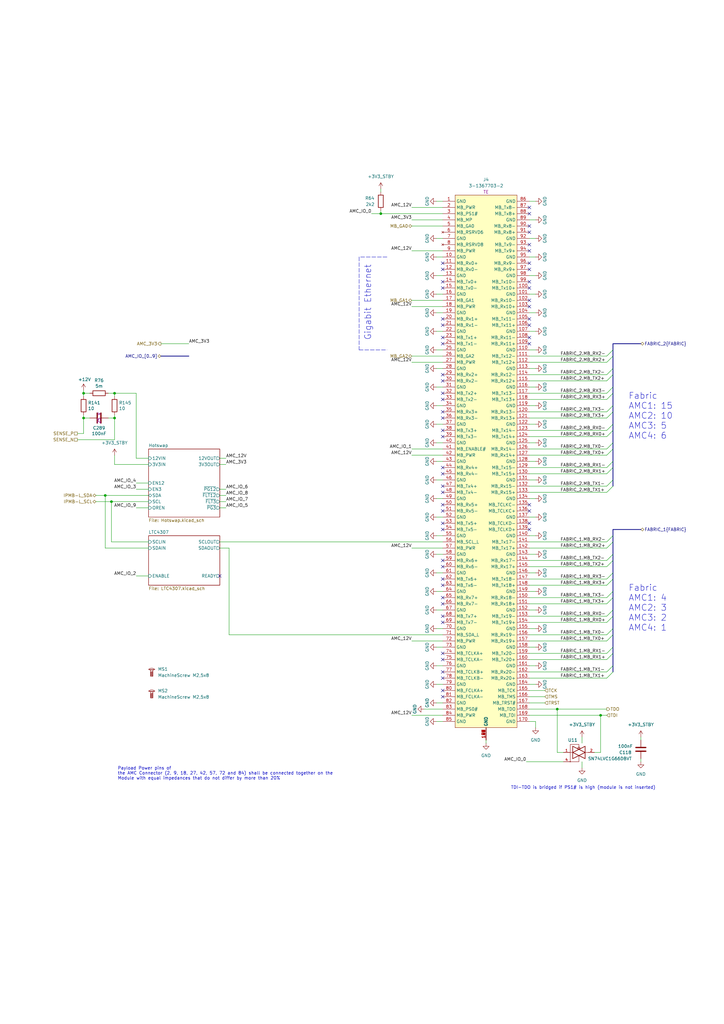
<source format=kicad_sch>
(kicad_sch (version 20211123) (generator eeschema)
  (paper "A3" portrait)
  (title_block (title "ATCA Template") (date "2023-01-05") (rev "1.0") (company "Karlsruhe Institute of Technology (KIT)") (comment 1 "Carsten Schmerbeck") (comment 2 "Luis Ardila") (comment 4 "Licensed under CERN-OHL-P v2"))
  (lib_symbols
    (symbol "74xGxx:74LVC1G66"
      (property "Reference" "U" (at -2.54 5.08 0))
      (property "Value" "74LVC1G66" (at 0 -5.08 0))
      (symbol "74LVC1G66_1_1"
        (pin bidirectional line (at -6.35 0 0) (length 2.54) (name "~") (number "1"))
        (pin bidirectional line (at 6.35 0 180) (length 2.54) (name "~") (number "2"))
        (pin power_in line (at 1.27 -3.81 270) (length 0) hide (name "GND") (number "3"))
        (pin input line (at -6.35 -3.81 0) (length 2.54) (name "~") (number "4"))
        (pin power_in line (at 1.27 3.81 90) (length 0) hide (name "VCC") (number "5"))
      )
    )
    (symbol "Device:C" (pin_numbers hide) (pin_names (offset 0.254))
      (property "Reference" "C" (at 0.635 2.54 0))
      (property "Value" "C" (at 0.635 -2.54 0))
      (symbol "C_1_1"
        (pin passive line (at 0 3.81 270) (length 2.794) (name "~") (number "1"))
        (pin passive line (at 0 -3.81 90) (length 2.794) (name "~") (number "2"))
      )
    )
    (symbol "Device:R" (pin_numbers hide) (pin_names (offset 0))
      (property "Reference" "R" (at 2.032 0 90))
      (property "Value" "R" (at 0 0 90))
      (symbol "R_1_1"
        (pin passive line (at 0 3.81 270) (length 1.27) (name "~") (number "1"))
        (pin passive line (at 0 -3.81 90) (length 1.27) (name "~") (number "2"))
      )
    )
    (symbol "KIT_Connector:3-1367703-2"
      (property "Reference" "J" (at 0 0 0))
      (property "Value" "3-1367703-2" (at 0 0 0))
      (property "manf" "TE" (at 0 0 0))
      (symbol "3-1367703-2_0_0"
        (pin power_in line (at 0 0 0) (length 5.08) (name "GND") (number "1"))
        (pin power_in line (at 0 -22.86 0) (length 5.08) (name "GND") (number "10"))
        (pin output line (at 35.56 -35.56 180) (length 5.08) (name "MB_Tx10+") (number "100"))
        (pin power_in line (at 35.56 -38.1 180) (length 5.08) (name "GND") (number "101"))
        (pin input line (at 35.56 -40.64 180) (length 5.08) (name "MB_Rx10-") (number "102"))
        (pin input line (at 35.56 -43.18 180) (length 5.08) (name "MB_Rx10+") (number "103"))
        (pin power_in line (at 35.56 -45.72 180) (length 5.08) (name "GND") (number "104"))
        (pin output line (at 35.56 -48.26 180) (length 5.08) (name "MB_Tx11-") (number "105"))
        (pin output line (at 35.56 -50.8 180) (length 5.08) (name "MB_Tx11+") (number "106"))
        (pin power_in line (at 35.56 -53.34 180) (length 5.08) (name "GND") (number "107"))
        (pin input line (at 35.56 -55.88 180) (length 5.08) (name "MB_Rx11-") (number "108"))
        (pin input line (at 35.56 -58.42 180) (length 5.08) (name "MB_Rx11+") (number "109"))
        (pin input line (at 0 -25.4 0) (length 5.08) (name "MB_Rx0+") (number "11"))
        (pin power_in line (at 35.56 -60.96 180) (length 5.08) (name "GND") (number "110"))
        (pin output line (at 35.56 -63.5 180) (length 5.08) (name "MB_Tx12-") (number "111"))
        (pin output line (at 35.56 -66.04 180) (length 5.08) (name "MB_Tx12+") (number "112"))
        (pin power_in line (at 35.56 -68.58 180) (length 5.08) (name "GND") (number "113"))
        (pin input line (at 35.56 -71.12 180) (length 5.08) (name "MB_Rx12-") (number "114"))
        (pin input line (at 35.56 -73.66 180) (length 5.08) (name "MB_Rx12+") (number "115"))
        (pin power_in line (at 35.56 -76.2 180) (length 5.08) (name "GND") (number "116"))
        (pin output line (at 35.56 -78.74 180) (length 5.08) (name "MB_Tx13-") (number "117"))
        (pin output line (at 35.56 -81.28 180) (length 5.08) (name "MB_Tx13+") (number "118"))
        (pin power_in line (at 35.56 -83.82 180) (length 5.08) (name "GND") (number "119"))
        (pin input line (at 0 -27.94 0) (length 5.08) (name "MB_Rx0-") (number "12"))
        (pin input line (at 35.56 -86.36 180) (length 5.08) (name "MB_Rx13-") (number "120"))
        (pin input line (at 35.56 -88.9 180) (length 5.08) (name "MB_Rx13+") (number "121"))
        (pin power_in line (at 35.56 -91.44 180) (length 5.08) (name "GND") (number "122"))
        (pin output line (at 35.56 -93.98 180) (length 5.08) (name "MB_Tx14-") (number "123"))
        (pin output line (at 35.56 -96.52 180) (length 5.08) (name "MB_Tx14+") (number "124"))
        (pin power_in line (at 35.56 -99.06 180) (length 5.08) (name "GND") (number "125"))
        (pin input line (at 35.56 -101.6 180) (length 5.08) (name "MB_Rx14-") (number "126"))
        (pin input line (at 35.56 -104.14 180) (length 5.08) (name "MB_Rx14+") (number "127"))
        (pin power_in line (at 35.56 -106.68 180) (length 5.08) (name "GND") (number "128"))
        (pin output line (at 35.56 -109.22 180) (length 5.08) (name "MB_Tx15-") (number "129"))
        (pin power_in line (at 0 -30.48 0) (length 5.08) (name "GND") (number "13"))
        (pin output line (at 35.56 -111.76 180) (length 5.08) (name "MB_Tx15+") (number "130"))
        (pin power_in line (at 35.56 -114.3 180) (length 5.08) (name "GND") (number "131"))
        (pin input line (at 35.56 -116.84 180) (length 5.08) (name "MB_Rx15-") (number "132"))
        (pin input line (at 35.56 -119.38 180) (length 5.08) (name "MB_Rx15+") (number "133"))
        (pin power_in line (at 35.56 -121.92 180) (length 5.08) (name "GND") (number "134"))
        (pin input line (at 35.56 -124.46 180) (length 5.08) (name "MB_TCLKC-") (number "135"))
        (pin input line (at 35.56 -127 180) (length 5.08) (name "MB_TCLKC+") (number "136"))
        (pin power_in line (at 35.56 -129.54 180) (length 5.08) (name "GND") (number "137"))
        (pin input line (at 35.56 -132.08 180) (length 5.08) (name "MB_TCLKD-") (number "138"))
        (pin input line (at 35.56 -134.62 180) (length 5.08) (name "MB_TCLKD+") (number "139"))
        (pin output line (at 0 -33.02 0) (length 5.08) (name "MB_Tx0+") (number "14"))
        (pin power_in line (at 35.56 -137.16 180) (length 5.08) (name "GND") (number "140"))
        (pin output line (at 35.56 -139.7 180) (length 5.08) (name "MB_Tx17-") (number "141"))
        (pin output line (at 35.56 -142.24 180) (length 5.08) (name "MB_Tx17+") (number "142"))
        (pin power_in line (at 35.56 -144.78 180) (length 5.08) (name "GND") (number "143"))
        (pin input line (at 35.56 -147.32 180) (length 5.08) (name "MB_Rx17-") (number "144"))
        (pin input line (at 35.56 -149.86 180) (length 5.08) (name "MB_Rx17+") (number "145"))
        (pin power_in line (at 35.56 -152.4 180) (length 5.08) (name "GND") (number "146"))
        (pin output line (at 35.56 -154.94 180) (length 5.08) (name "MB_Tx18-") (number "147"))
        (pin output line (at 35.56 -157.48 180) (length 5.08) (name "MB_Tx18+") (number "148"))
        (pin power_in line (at 35.56 -160.02 180) (length 5.08) (name "GND") (number "149"))
        (pin output line (at 0 -35.56 0) (length 5.08) (name "MB_Tx0-") (number "15"))
        (pin input line (at 35.56 -162.56 180) (length 5.08) (name "MB_Rx18-") (number "150"))
        (pin input line (at 35.56 -165.1 180) (length 5.08) (name "MB_Rx18+") (number "151"))
        (pin power_in line (at 35.56 -167.64 180) (length 5.08) (name "GND") (number "152"))
        (pin output line (at 35.56 -170.18 180) (length 5.08) (name "MB_Tx19-") (number "153"))
        (pin output line (at 35.56 -172.72 180) (length 5.08) (name "MB_Tx19+") (number "154"))
        (pin power_in line (at 35.56 -175.26 180) (length 5.08) (name "GND") (number "155"))
        (pin input line (at 35.56 -177.8 180) (length 5.08) (name "MB_Rx19-") (number "156"))
        (pin input line (at 35.56 -180.34 180) (length 5.08) (name "MB_Rx19+") (number "157"))
        (pin power_in line (at 35.56 -182.88 180) (length 5.08) (name "GND") (number "158"))
        (pin output line (at 35.56 -185.42 180) (length 5.08) (name "MB_Tx20-") (number "159"))
        (pin power_in line (at 0 -38.1 0) (length 5.08) (name "GND") (number "16"))
        (pin output line (at 35.56 -187.96 180) (length 5.08) (name "MB_Tx20+") (number "160"))
        (pin power_in line (at 35.56 -190.5 180) (length 5.08) (name "GND") (number "161"))
        (pin input line (at 35.56 -193.04 180) (length 5.08) (name "MB_Rx20-") (number "162"))
        (pin input line (at 35.56 -195.58 180) (length 5.08) (name "MB_Rx20+") (number "163"))
        (pin power_in line (at 35.56 -198.12 180) (length 5.08) (name "GND") (number "164"))
        (pin input line (at 35.56 -200.66 180) (length 5.08) (name "MB_TCK") (number "165"))
        (pin input line (at 35.56 -203.2 180) (length 5.08) (name "MB_TMS") (number "166"))
        (pin input line (at 35.56 -205.74 180) (length 5.08) (name "MB_TRST#") (number "167"))
        (pin output line (at 35.56 -208.28 180) (length 5.08) (name "MB_TDO") (number "168"))
        (pin input line (at 35.56 -210.82 180) (length 5.08) (name "MB_TDI") (number "169"))
        (pin input line (at 0 -40.64 0) (length 5.08) (name "MB_GA1") (number "17"))
        (pin power_in line (at 35.56 -213.36 180) (length 5.08) (name "GND") (number "170"))
        (pin power_in line (at 0 -43.18 0) (length 5.08) (name "MB_PWR") (number "18"))
        (pin power_in line (at 0 -45.72 0) (length 5.08) (name "GND") (number "19"))
        (pin power_in line (at 0 -2.54 0) (length 5.08) (name "MB_PWR") (number "2"))
        (pin input line (at 0 -48.26 0) (length 5.08) (name "MB_Rx1+") (number "20"))
        (pin input line (at 0 -50.8 0) (length 5.08) (name "MB_Rx1-") (number "21"))
        (pin power_in line (at 0 -53.34 0) (length 5.08) (name "GND") (number "22"))
        (pin output line (at 0 -55.88 0) (length 5.08) (name "MB_Tx1+") (number "23"))
        (pin output line (at 0 -58.42 0) (length 5.08) (name "MB_Tx1-") (number "24"))
        (pin power_in line (at 0 -60.96 0) (length 5.08) (name "GND") (number "25"))
        (pin input line (at 0 -63.5 0) (length 5.08) (name "MB_GA2") (number "26"))
        (pin power_in line (at 0 -66.04 0) (length 5.08) (name "MB_PWR") (number "27"))
        (pin power_in line (at 0 -68.58 0) (length 5.08) (name "GND") (number "28"))
        (pin input line (at 0 -71.12 0) (length 5.08) (name "MB_Rx2+") (number "29"))
        (pin passive line (at 0 -5.08 0) (length 5.08) (name "MB_PS1#") (number "3"))
        (pin input line (at 0 -73.66 0) (length 5.08) (name "MB_Rx2-") (number "30"))
        (pin power_in line (at 0 -76.2 0) (length 5.08) (name "GND") (number "31"))
        (pin output line (at 0 -78.74 0) (length 5.08) (name "MB_Tx2+") (number "32"))
        (pin output line (at 0 -81.28 0) (length 5.08) (name "MB_Tx2-") (number "33"))
        (pin power_in line (at 0 -83.82 0) (length 5.08) (name "GND") (number "34"))
        (pin input line (at 0 -86.36 0) (length 5.08) (name "MB_Rx3+") (number "35"))
        (pin input line (at 0 -88.9 0) (length 5.08) (name "MB_Rx3-") (number "36"))
        (pin power_in line (at 0 -91.44 0) (length 5.08) (name "GND") (number "37"))
        (pin output line (at 0 -93.98 0) (length 5.08) (name "MB_Tx3+") (number "38"))
        (pin output line (at 0 -96.52 0) (length 5.08) (name "MB_Tx3-") (number "39"))
        (pin power_in line (at 0 -7.62 0) (length 5.08) (name "MB_MP") (number "4"))
        (pin power_in line (at 0 -99.06 0) (length 5.08) (name "GND") (number "40"))
        (pin input line (at 0 -101.6 0) (length 5.08) (name "MB_ENABLE#") (number "41"))
        (pin power_in line (at 0 -104.14 0) (length 5.08) (name "MB_PWR") (number "42"))
        (pin power_in line (at 0 -106.68 0) (length 5.08) (name "GND") (number "43"))
        (pin input line (at 0 -109.22 0) (length 5.08) (name "MB_Rx4+") (number "44"))
        (pin input line (at 0 -111.76 0) (length 5.08) (name "MB_Rx4-") (number "45"))
        (pin power_in line (at 0 -114.3 0) (length 5.08) (name "GND") (number "46"))
        (pin output line (at 0 -116.84 0) (length 5.08) (name "MB_Tx4+") (number "47"))
        (pin output line (at 0 -119.38 0) (length 5.08) (name "MB_Tx4-") (number "48"))
        (pin power_in line (at 0 -121.92 0) (length 5.08) (name "GND") (number "49"))
        (pin input line (at 0 -10.16 0) (length 5.08) (name "MB_GA0") (number "5"))
        (pin input line (at 0 -124.46 0) (length 5.08) (name "MB_Rx5+") (number "50"))
        (pin input line (at 0 -127 0) (length 5.08) (name "MB_Rx5-") (number "51"))
        (pin power_in line (at 0 -129.54 0) (length 5.08) (name "GND") (number "52"))
        (pin output line (at 0 -132.08 0) (length 5.08) (name "MB_Tx5+") (number "53"))
        (pin output line (at 0 -134.62 0) (length 5.08) (name "MB_Tx5-") (number "54"))
        (pin power_in line (at 0 -137.16 0) (length 5.08) (name "GND") (number "55"))
        (pin input line (at 0 -139.7 0) (length 5.08) (name "MB_SCL_L") (number "56"))
        (pin power_in line (at 0 -142.24 0) (length 5.08) (name "MB_PWR") (number "57"))
        (pin power_in line (at 0 -144.78 0) (length 5.08) (name "GND") (number "58"))
        (pin input line (at 0 -147.32 0) (length 5.08) (name "MB_Rx6+") (number "59"))
        (pin no_connect line (at 0 -12.7 0) (length 5.08) (name "MB_RSRVD6") (number "6"))
        (pin input line (at 0 -149.86 0) (length 5.08) (name "MB_Rx6-") (number "60"))
        (pin power_in line (at 0 -152.4 0) (length 5.08) (name "GND") (number "61"))
        (pin output line (at 0 -154.94 0) (length 5.08) (name "MB_Tx6+") (number "62"))
        (pin output line (at 0 -157.48 0) (length 5.08) (name "MB_Tx6-") (number "63"))
        (pin power_in line (at 0 -160.02 0) (length 5.08) (name "GND") (number "64"))
        (pin input line (at 0 -162.56 0) (length 5.08) (name "MB_Rx7+") (number "65"))
        (pin input line (at 0 -165.1 0) (length 5.08) (name "MB_Rx7-") (number "66"))
        (pin power_in line (at 0 -167.64 0) (length 5.08) (name "GND") (number "67"))
        (pin output line (at 0 -170.18 0) (length 5.08) (name "MB_Tx7+") (number "68"))
        (pin output line (at 0 -172.72 0) (length 5.08) (name "MB_Tx7-") (number "69"))
        (pin power_in line (at 0 -15.24 0) (length 5.08) (name "GND") (number "7"))
        (pin power_in line (at 0 -175.26 0) (length 5.08) (name "GND") (number "70"))
        (pin bidirectional line (at 0 -177.8 0) (length 5.08) (name "MB_SDA_L") (number "71"))
        (pin power_in line (at 0 -180.34 0) (length 5.08) (name "MB_PWR") (number "72"))
        (pin power_in line (at 0 -182.88 0) (length 5.08) (name "GND") (number "73"))
        (pin input line (at 0 -185.42 0) (length 5.08) (name "MB_TCLKA+") (number "74"))
        (pin input line (at 0 -187.96 0) (length 5.08) (name "MB_TCLKA-") (number "75"))
        (pin power_in line (at 0 -190.5 0) (length 5.08) (name "GND") (number "76"))
        (pin input line (at 0 -193.04 0) (length 5.08) (name "MB_TCLKB+") (number "77"))
        (pin input line (at 0 -195.58 0) (length 5.08) (name "MB_TCLKB-") (number "78"))
        (pin power_in line (at 0 -198.12 0) (length 5.08) (name "GND") (number "79"))
        (pin no_connect line (at 0 -17.78 0) (length 5.08) (name "MB_RSRVD8") (number "8"))
        (pin input line (at 0 -200.66 0) (length 5.08) (name "MB_FCLKA+") (number "80"))
        (pin input line (at 0 -203.2 0) (length 5.08) (name "MB_FCLKA-") (number "81"))
        (pin power_in line (at 0 -205.74 0) (length 5.08) (name "GND") (number "82"))
        (pin passive line (at 0 -208.28 0) (length 5.08) (name "MB_PS0#") (number "83"))
        (pin power_in line (at 0 -210.82 0) (length 5.08) (name "MB_PWR") (number "84"))
        (pin power_in line (at 0 -213.36 0) (length 5.08) (name "GND") (number "85"))
        (pin power_in line (at 35.56 0 180) (length 5.08) (name "GND") (number "86"))
        (pin output line (at 35.56 -2.54 180) (length 5.08) (name "MB_Tx8-") (number "87"))
        (pin output line (at 35.56 -5.08 180) (length 5.08) (name "MB_Tx8+") (number "88"))
        (pin power_in line (at 35.56 -7.62 180) (length 5.08) (name "GND") (number "89"))
        (pin power_in line (at 0 -20.32 0) (length 5.08) (name "MB_PWR") (number "9"))
        (pin input line (at 35.56 -10.16 180) (length 5.08) (name "MB_Rx8-") (number "90"))
        (pin input line (at 35.56 -12.7 180) (length 5.08) (name "MB_Rx8+") (number "91"))
        (pin power_in line (at 35.56 -15.24 180) (length 5.08) (name "GND") (number "92"))
        (pin output line (at 35.56 -17.78 180) (length 5.08) (name "MB_Tx9-") (number "93"))
        (pin input line (at 35.56 -20.32 180) (length 5.08) (name "MB_Tx9+") (number "94"))
        (pin power_in line (at 35.56 -22.86 180) (length 5.08) (name "GND") (number "95"))
        (pin input line (at 35.56 -25.4 180) (length 5.08) (name "MB_Rx9-") (number "96"))
        (pin input line (at 35.56 -27.94 180) (length 5.08) (name "MB_Rx9+") (number "97"))
        (pin power_in line (at 35.56 -30.48 180) (length 5.08) (name "GND") (number "98"))
        (pin output line (at 35.56 -33.02 180) (length 5.08) (name "MB_Tx10-") (number "99"))
      )
      (symbol "3-1367703-2_1_1"
        (pin passive line (at 17.78 -220.98 90) (length 5.08) (name "GND") (number "171"))
        (pin passive line (at 17.78 -220.98 90) (length 5.08) (name "GND") (number "172"))
        (pin passive line (at 17.78 -220.98 90) (length 5.08) (name "GND") (number "173"))
        (pin passive line (at 17.78 -220.98 90) (length 5.08) (name "GND") (number "174"))
        (pin passive line (at 17.78 -220.98 90) (length 5.08) (name "GND") (number "175"))
        (pin passive line (at 17.78 -220.98 90) (length 5.08) (name "GND") (number "176"))
        (pin passive line (at 17.78 -220.98 90) (length 5.08) (name "GND") (number "177"))
        (pin passive line (at 17.78 -220.98 90) (length 5.08) (name "GND") (number "178"))
        (pin passive line (at 17.78 -220.98 90) (length 5.08) (name "GND") (number "179"))
        (pin passive line (at 17.78 -220.98 90) (length 5.08) (name "GND") (number "180"))
        (pin passive line (at 17.78 -220.98 90) (length 5.08) (name "GND") (number "181"))
        (pin passive line (at 17.78 -220.98 90) (length 5.08) (name "GND") (number "182"))
        (pin passive line (at 17.78 -220.98 90) (length 5.08) (name "GND") (number "183"))
        (pin passive line (at 17.78 -220.98 90) (length 5.08) (name "GND") (number "184"))
        (pin passive line (at 17.78 -220.98 90) (length 5.08) (name "GND") (number "185"))
        (pin passive line (at 17.78 -220.98 90) (length 5.08) (name "GND") (number "186"))
        (pin passive line (at 17.78 -220.98 90) (length 5.08) (name "GND") (number "187"))
        (pin passive line (at 17.78 -220.98 90) (length 5.08) (name "GND") (number "188"))
        (pin passive line (at 17.78 -220.98 90) (length 5.08) (name "GND") (number "189"))
        (pin passive line (at 17.78 -220.98 90) (length 5.08) (name "GND") (number "190"))
        (pin passive line (at 17.78 -220.98 90) (length 5.08) (name "GND") (number "191"))
        (pin passive line (at 17.78 -220.98 90) (length 5.08) (name "GND") (number "192"))
        (pin passive line (at 17.78 -220.98 90) (length 5.08) (name "GND") (number "193"))
        (pin passive line (at 17.78 -220.98 90) (length 5.08) (name "GND") (number "194"))
        (pin passive line (at 17.78 -220.98 90) (length 5.08) (name "GND") (number "195"))
        (pin passive line (at 17.78 -220.98 90) (length 5.08) (name "GND") (number "196"))
        (pin passive line (at 17.78 -220.98 90) (length 5.08) (name "GND") (number "197"))
        (pin passive line (at 17.78 -220.98 90) (length 5.08) (name "GND") (number "198"))
      )
    )
    (symbol "KIT_Mechanical:MachineScrew" (pin_names (offset 1.016))
      (property "Reference" "MS" (at 3.048 -1.27 0))
    )
    (symbol "KIT_Power:+3V3_STBY" (power) (pin_names (offset 0))
      (property "Value" "+3V3_STBY" (at 0 3.556 0))
      (symbol "+3V3_STBY_1_1"
        (pin power_in line (at 0 0 90) (length 0) hide (name "+3V3_STBY") (number "1"))
      )
    )
    (symbol "power:+12V" (power) (pin_names (offset 0))
      (property "Value" "+12V" (at 0 3.556 0))
      (symbol "+12V_1_1"
        (pin power_in line (at 0 0 90) (length 0) hide (name "+12V") (number "1"))
      )
    )
    (symbol "power:GND" (power) (pin_names (offset 0))
      (property "Value" "GND" (at 0 -3.81 0))
      (symbol "GND_1_1"
        (pin power_in line (at 0 0 270) (length 0) hide (name "GND") (number "1"))
      )
    )
  )
  (junction (at 228.6 290.83))
  (junction (at 34.29 171.45))
  (junction (at 34.29 161.29))
  (junction (at 46.99 171.45))
  (junction (at 246.38 293.37))
  (junction (at 45.72 205.74))
  (junction (at 46.99 161.29))
  (junction (at 43.18 203.2))
  (junction (at 156.21 87.63))
  (no_connect (at 217.17 125.73))
  (no_connect (at 217.17 118.11))
  (no_connect (at 217.17 102.87))
  (no_connect (at 181.61 107.95))
  (no_connect (at 181.61 110.49))
  (no_connect (at 181.61 140.97))
  (no_connect (at 181.61 115.57))
  (no_connect (at 181.61 118.11))
  (no_connect (at 181.61 130.81))
  (no_connect (at 181.61 133.35))
  (no_connect (at 181.61 138.43))
  (no_connect (at 181.61 194.31))
  (no_connect (at 181.61 191.77))
  (no_connect (at 181.61 176.53))
  (no_connect (at 181.61 179.07))
  (no_connect (at 181.61 153.67))
  (no_connect (at 181.61 156.21))
  (no_connect (at 181.61 161.29))
  (no_connect (at 181.61 163.83))
  (no_connect (at 181.61 168.91))
  (no_connect (at 181.61 171.45))
  (no_connect (at 217.17 123.19))
  (no_connect (at 217.17 107.95))
  (no_connect (at 181.61 255.27))
  (no_connect (at 181.61 252.73))
  (no_connect (at 217.17 100.33))
  (no_connect (at 217.17 130.81))
  (no_connect (at 181.61 199.39))
  (no_connect (at 181.61 201.93))
  (no_connect (at 181.61 207.01))
  (no_connect (at 181.61 209.55))
  (no_connect (at 181.61 229.87))
  (no_connect (at 181.61 232.41))
  (no_connect (at 181.61 237.49))
  (no_connect (at 181.61 240.03))
  (no_connect (at 181.61 245.11))
  (no_connect (at 181.61 247.65))
  (no_connect (at 181.61 214.63))
  (no_connect (at 181.61 217.17))
  (no_connect (at 90.17 236.22))
  (no_connect (at 217.17 138.43))
  (no_connect (at 217.17 110.49))
  (no_connect (at 217.17 207.01))
  (no_connect (at 217.17 209.55))
  (no_connect (at 217.17 214.63))
  (no_connect (at 217.17 217.17))
  (no_connect (at 181.61 278.13))
  (no_connect (at 181.61 283.21))
  (no_connect (at 181.61 285.75))
  (no_connect (at 181.61 275.59))
  (no_connect (at 181.61 270.51))
  (no_connect (at 181.61 267.97))
  (no_connect (at 217.17 115.57))
  (no_connect (at 217.17 92.71))
  (no_connect (at 217.17 95.25))
  (no_connect (at 217.17 85.09))
  (no_connect (at 217.17 87.63))
  (no_connect (at 217.17 140.97))
  (no_connect (at 217.17 133.35))
  (bus_entry (at 251.46 153.67) (size -2.54 2.54))
  (bus_entry (at 251.46 252.73) (size -2.54 2.54))
  (bus_entry (at 251.46 273.05) (size -2.54 2.54))
  (bus_entry (at 251.46 199.39) (size -2.54 2.54))
  (bus_entry (at 251.46 146.05) (size -2.54 2.54))
  (bus_entry (at 251.46 237.49) (size -2.54 2.54))
  (bus_entry (at 251.46 168.91) (size -2.54 2.54))
  (bus_entry (at 251.46 260.35) (size -2.54 2.54))
  (bus_entry (at 251.46 196.85) (size -2.54 2.54))
  (bus_entry (at 251.46 222.25) (size -2.54 2.54))
  (bus_entry (at 251.46 250.19) (size -2.54 2.54))
  (bus_entry (at 251.46 265.43) (size -2.54 2.54))
  (bus_entry (at 251.46 166.37) (size -2.54 2.54))
  (bus_entry (at 251.46 257.81) (size -2.54 2.54))
  (bus_entry (at 251.46 158.75) (size -2.54 2.54))
  (bus_entry (at 251.46 181.61) (size -2.54 2.54))
  (bus_entry (at 251.46 219.71) (size -2.54 2.54))
  (bus_entry (at 251.46 229.87) (size -2.54 2.54))
  (bus_entry (at 251.46 176.53) (size -2.54 2.54))
  (bus_entry (at 251.46 143.51) (size -2.54 2.54))
  (bus_entry (at 251.46 245.11) (size -2.54 2.54))
  (bus_entry (at 251.46 184.15) (size -2.54 2.54))
  (bus_entry (at 251.46 234.95) (size -2.54 2.54))
  (bus_entry (at 251.46 161.29) (size -2.54 2.54))
  (bus_entry (at 251.46 173.99) (size -2.54 2.54))
  (bus_entry (at 251.46 151.13) (size -2.54 2.54))
  (bus_entry (at 251.46 189.23) (size -2.54 2.54))
  (bus_entry (at 251.46 191.77) (size -2.54 2.54))
  (bus_entry (at 251.46 227.33) (size -2.54 2.54))
  (bus_entry (at 251.46 267.97) (size -2.54 2.54))
  (bus_entry (at 251.46 242.57) (size -2.54 2.54))
  (bus_entry (at 251.46 275.59) (size -2.54 2.54))
  (bus (pts (xy 251.46 176.53) (xy 251.46 181.61)))
  (wire (pts (xy 248.92 176.53) (xy 217.17 176.53)))
  (wire (pts (xy 248.92 163.83) (xy 217.17 163.83)))
  (wire (pts (xy 60.96 203.2) (xy 43.18 203.2)))
  (wire (pts (xy 55.88 236.22) (xy 60.96 236.22)))
  (wire (pts (xy 248.92 222.25) (xy 217.17 222.25)))
  (wire (pts (xy 46.99 171.45) (xy 46.99 180.34)))
  (wire (pts (xy 90.17 203.2) (xy 92.71 203.2)))
  (wire (pts (xy 152.4 87.63) (xy 156.21 87.63)))
  (bus (pts (xy 262.89 140.97) (xy 251.46 140.97)))
  (wire (pts (xy 248.92 191.77) (xy 217.17 191.77)))
  (bus (pts (xy 251.46 222.25) (xy 251.46 227.33)))
  (wire (pts (xy 90.17 205.74) (xy 92.71 205.74)))
  (wire (pts (xy 46.99 162.56) (xy 46.99 161.29)))
  (bus (pts (xy 251.46 260.35) (xy 251.46 265.43)))
  (wire (pts (xy 168.91 224.79) (xy 181.61 224.79)))
  (wire (pts (xy 168.91 125.73) (xy 181.61 125.73)))
  (wire (pts (xy 46.99 180.34) (xy 31.75 180.34)))
  (wire (pts (xy 248.92 252.73) (xy 217.17 252.73)))
  (bus (pts (xy 251.46 257.81) (xy 251.46 260.35)))
  (wire (pts (xy 248.92 232.41) (xy 217.17 232.41)))
  (wire (pts (xy 179.07 128.27) (xy 181.61 128.27)))
  (bus (pts (xy 251.46 184.15) (xy 251.46 189.23)))
  (wire (pts (xy 46.99 171.45) (xy 46.99 170.18)))
  (bus (pts (xy 251.46 189.23) (xy 251.46 191.77)))
  (wire (pts (xy 262.89 302.26) (xy 262.89 303.53)))
  (wire (pts (xy 219.71 250.19) (xy 217.17 250.19)))
  (wire (pts (xy 262.89 311.15) (xy 262.89 312.42)))
  (wire (pts (xy 44.45 171.45) (xy 46.99 171.45)))
  (wire (pts (xy 219.71 280.67) (xy 217.17 280.67)))
  (polyline (pts (xy 147.32 143.51) (xy 158.75 143.51)))
  (wire (pts (xy 44.45 161.29) (xy 46.99 161.29)))
  (wire (pts (xy 55.88 200.66) (xy 60.96 200.66)))
  (bus (pts (xy 251.46 191.77) (xy 251.46 196.85)))
  (wire (pts (xy 43.18 203.2) (xy 43.18 224.79)))
  (wire (pts (xy 248.92 194.31) (xy 217.17 194.31)))
  (wire (pts (xy 219.71 151.13) (xy 217.17 151.13)))
  (bus (pts (xy 251.46 146.05) (xy 251.46 151.13)))
  (wire (pts (xy 219.71 113.03) (xy 217.17 113.03)))
  (wire (pts (xy 179.07 265.43) (xy 181.61 265.43)))
  (wire (pts (xy 219.71 242.57) (xy 217.17 242.57)))
  (bus (pts (xy 251.46 143.51) (xy 251.46 146.05)))
  (bus (pts (xy 251.46 168.91) (xy 251.46 173.99)))
  (wire (pts (xy 179.07 166.37) (xy 181.61 166.37)))
  (wire (pts (xy 34.29 161.29) (xy 36.83 161.29)))
  (bus (pts (xy 251.46 181.61) (xy 251.46 184.15)))
  (wire (pts (xy 179.07 181.61) (xy 181.61 181.61)))
  (wire (pts (xy 168.91 146.05) (xy 181.61 146.05)))
  (wire (pts (xy 168.91 85.09) (xy 181.61 85.09)))
  (bus (pts (xy 251.46 219.71) (xy 251.46 222.25)))
  (wire (pts (xy 55.88 208.28) (xy 60.96 208.28)))
  (wire (pts (xy 219.71 166.37) (xy 217.17 166.37)))
  (wire (pts (xy 217.17 285.75) (xy 223.52 285.75)))
  (wire (pts (xy 219.71 295.91) (xy 217.17 295.91)))
  (wire (pts (xy 248.92 146.05) (xy 217.17 146.05)))
  (wire (pts (xy 228.6 290.83) (xy 228.6 308.61)))
  (wire (pts (xy 219.71 204.47) (xy 217.17 204.47)))
  (wire (pts (xy 93.98 260.35) (xy 181.61 260.35)))
  (wire (pts (xy 248.92 171.45) (xy 217.17 171.45)))
  (wire (pts (xy 179.07 120.65) (xy 181.61 120.65)))
  (wire (pts (xy 248.92 260.35) (xy 217.17 260.35)))
  (wire (pts (xy 34.29 177.8) (xy 31.75 177.8)))
  (wire (pts (xy 39.37 203.2) (xy 43.18 203.2)))
  (bus (pts (xy 251.46 140.97) (xy 251.46 143.51)))
  (bus (pts (xy 251.46 196.85) (xy 251.46 199.39)))
  (wire (pts (xy 179.07 82.55) (xy 181.61 82.55)))
  (wire (pts (xy 219.71 97.79) (xy 217.17 97.79)))
  (bus (pts (xy 251.46 153.67) (xy 251.46 158.75)))
  (wire (pts (xy 179.07 288.29) (xy 181.61 288.29)))
  (wire (pts (xy 219.71 128.27) (xy 217.17 128.27)))
  (wire (pts (xy 93.98 224.79) (xy 90.17 224.79)))
  (wire (pts (xy 179.07 151.13) (xy 181.61 151.13)))
  (wire (pts (xy 168.91 92.71) (xy 181.61 92.71)))
  (wire (pts (xy 248.92 237.49) (xy 217.17 237.49)))
  (wire (pts (xy 248.92 278.13) (xy 217.17 278.13)))
  (wire (pts (xy 168.91 90.17) (xy 181.61 90.17)))
  (wire (pts (xy 219.71 227.33) (xy 217.17 227.33)))
  (wire (pts (xy 179.07 135.89) (xy 181.61 135.89)))
  (wire (pts (xy 46.99 186.69) (xy 46.99 190.5)))
  (wire (pts (xy 248.92 247.65) (xy 217.17 247.65)))
  (wire (pts (xy 179.07 212.09) (xy 181.61 212.09)))
  (bus (pts (xy 251.46 267.97) (xy 251.46 273.05)))
  (wire (pts (xy 179.07 280.67) (xy 181.61 280.67)))
  (wire (pts (xy 179.07 234.95) (xy 181.61 234.95)))
  (wire (pts (xy 34.29 171.45) (xy 34.29 177.8)))
  (wire (pts (xy 219.71 257.81) (xy 217.17 257.81)))
  (bus (pts (xy 251.46 166.37) (xy 251.46 168.91)))
  (wire (pts (xy 248.92 224.79) (xy 217.17 224.79)))
  (wire (pts (xy 66.04 140.97) (xy 77.47 140.97)))
  (wire (pts (xy 45.72 205.74) (xy 45.72 222.25)))
  (wire (pts (xy 248.92 240.03) (xy 217.17 240.03)))
  (bus (pts (xy 251.46 227.33) (xy 251.46 229.87)))
  (wire (pts (xy 248.92 275.59) (xy 217.17 275.59)))
  (wire (pts (xy 217.17 290.83) (xy 228.6 290.83)))
  (bus (pts (xy 251.46 173.99) (xy 251.46 176.53)))
  (bus (pts (xy 251.46 158.75) (xy 251.46 161.29)))
  (wire (pts (xy 248.92 184.15) (xy 217.17 184.15)))
  (wire (pts (xy 168.91 186.69) (xy 181.61 186.69)))
  (bus (pts (xy 251.46 242.57) (xy 251.46 245.11)))
  (wire (pts (xy 219.71 189.23) (xy 217.17 189.23)))
  (wire (pts (xy 228.6 290.83) (xy 248.92 290.83)))
  (wire (pts (xy 46.99 190.5) (xy 60.96 190.5)))
  (polyline (pts (xy 158.75 105.41) (xy 147.32 105.41)))
  (wire (pts (xy 43.18 224.79) (xy 60.96 224.79)))
  (wire (pts (xy 217.17 293.37) (xy 246.38 293.37)))
  (wire (pts (xy 179.07 204.47) (xy 181.61 204.47)))
  (wire (pts (xy 179.07 113.03) (xy 181.61 113.03)))
  (wire (pts (xy 248.92 161.29) (xy 217.17 161.29)))
  (wire (pts (xy 156.21 87.63) (xy 181.61 87.63)))
  (wire (pts (xy 238.76 302.26) (xy 238.76 304.8)))
  (wire (pts (xy 179.07 189.23) (xy 181.61 189.23)))
  (wire (pts (xy 248.92 148.59) (xy 217.17 148.59)))
  (bus (pts (xy 251.46 151.13) (xy 251.46 153.67)))
  (wire (pts (xy 90.17 187.96) (xy 92.71 187.96)))
  (wire (pts (xy 248.92 201.93) (xy 217.17 201.93)))
  (wire (pts (xy 179.07 173.99) (xy 181.61 173.99)))
  (wire (pts (xy 179.07 105.41) (xy 181.61 105.41)))
  (bus (pts (xy 251.46 161.29) (xy 251.46 166.37)))
  (wire (pts (xy 248.92 153.67) (xy 217.17 153.67)))
  (wire (pts (xy 217.17 199.39) (xy 248.92 199.39)))
  (wire (pts (xy 179.07 273.05) (xy 181.61 273.05)))
  (wire (pts (xy 246.38 293.37) (xy 248.92 293.37)))
  (wire (pts (xy 93.98 224.79) (xy 93.98 260.35)))
  (wire (pts (xy 219.71 90.17) (xy 217.17 90.17)))
  (wire (pts (xy 179.07 143.51) (xy 181.61 143.51)))
  (wire (pts (xy 219.71 158.75) (xy 217.17 158.75)))
  (wire (pts (xy 34.29 171.45) (xy 36.83 171.45)))
  (wire (pts (xy 219.71 82.55) (xy 217.17 82.55)))
  (wire (pts (xy 90.17 190.5) (xy 92.71 190.5)))
  (wire (pts (xy 55.88 198.12) (xy 60.96 198.12)))
  (wire (pts (xy 168.91 102.87) (xy 181.61 102.87)))
  (wire (pts (xy 179.07 250.19) (xy 181.61 250.19)))
  (wire (pts (xy 55.88 161.29) (xy 55.88 187.96)))
  (wire (pts (xy 219.71 196.85) (xy 217.17 196.85)))
  (wire (pts (xy 199.39 303.53) (xy 199.39 304.8)))
  (wire (pts (xy 219.71 265.43) (xy 217.17 265.43)))
  (wire (pts (xy 34.29 161.29) (xy 34.29 162.56)))
  (wire (pts (xy 248.92 267.97) (xy 217.17 267.97)))
  (bus (pts (xy 251.46 229.87) (xy 251.46 234.95)))
  (wire (pts (xy 219.71 234.95) (xy 217.17 234.95)))
  (wire (pts (xy 248.92 179.07) (xy 217.17 179.07)))
  (bus (pts (xy 251.46 252.73) (xy 251.46 257.81)))
  (wire (pts (xy 55.88 187.96) (xy 60.96 187.96)))
  (wire (pts (xy 45.72 222.25) (xy 60.96 222.25)))
  (bus (pts (xy 251.46 265.43) (xy 251.46 267.97)))
  (wire (pts (xy 55.88 161.29) (xy 46.99 161.29)))
  (bus (pts (xy 251.46 234.95) (xy 251.46 237.49)))
  (wire (pts (xy 179.07 227.33) (xy 181.61 227.33)))
  (wire (pts (xy 248.92 270.51) (xy 217.17 270.51)))
  (wire (pts (xy 34.29 170.18) (xy 34.29 171.45)))
  (wire (pts (xy 219.71 135.89) (xy 217.17 135.89)))
  (wire (pts (xy 215.9 312.42) (xy 231.14 312.42)))
  (wire (pts (xy 173.99 290.83) (xy 181.61 290.83)))
  (wire (pts (xy 246.38 308.61) (xy 243.84 308.61)))
  (wire (pts (xy 248.92 255.27) (xy 217.17 255.27)))
  (wire (pts (xy 168.91 184.15) (xy 181.61 184.15)))
  (wire (pts (xy 217.17 288.29) (xy 223.52 288.29)))
  (wire (pts (xy 219.71 295.91) (xy 219.71 298.45)))
  (wire (pts (xy 219.71 120.65) (xy 217.17 120.65)))
  (wire (pts (xy 248.92 229.87) (xy 217.17 229.87)))
  (wire (pts (xy 219.71 212.09) (xy 217.17 212.09)))
  (bus (pts (xy 66.04 146.05) (xy 77.47 146.05)))
  (wire (pts (xy 219.71 143.51) (xy 217.17 143.51)))
  (wire (pts (xy 168.91 262.89) (xy 181.61 262.89)))
  (wire (pts (xy 219.71 219.71) (xy 217.17 219.71)))
  (wire (pts (xy 90.17 208.28) (xy 92.71 208.28)))
  (wire (pts (xy 219.71 181.61) (xy 217.17 181.61)))
  (wire (pts (xy 60.96 205.74) (xy 45.72 205.74)))
  (polyline (pts (xy 147.32 105.41) (xy 147.32 143.51)))
  (bus (pts (xy 251.46 237.49) (xy 251.46 242.57)))
  (wire (pts (xy 248.92 262.89) (xy 217.17 262.89)))
  (wire (pts (xy 168.91 148.59) (xy 181.61 148.59)))
  (wire (pts (xy 90.17 222.25) (xy 181.61 222.25)))
  (wire (pts (xy 39.37 205.74) (xy 45.72 205.74)))
  (wire (pts (xy 217.17 283.21) (xy 223.52 283.21)))
  (wire (pts (xy 179.07 196.85) (xy 181.61 196.85)))
  (wire (pts (xy 219.71 105.41) (xy 217.17 105.41)))
  (wire (pts (xy 179.07 219.71) (xy 181.61 219.71)))
  (wire (pts (xy 156.21 86.36) (xy 156.21 87.63)))
  (bus (pts (xy 251.46 250.19) (xy 251.46 252.73)))
  (wire (pts (xy 156.21 77.47) (xy 156.21 78.74)))
  (wire (pts (xy 179.07 97.79) (xy 181.61 97.79)))
  (wire (pts (xy 238.76 312.42) (xy 238.76 314.96)))
  (wire (pts (xy 34.29 160.02) (xy 34.29 161.29)))
  (bus (pts (xy 262.89 217.17) (xy 251.46 217.17)))
  (wire (pts (xy 179.07 295.91) (xy 181.61 295.91)))
  (bus (pts (xy 251.46 273.05) (xy 251.46 275.59)))
  (bus (pts (xy 251.46 245.11) (xy 251.46 250.19)))
  (wire (pts (xy 179.07 242.57) (xy 181.61 242.57)))
  (wire (pts (xy 248.92 156.21) (xy 217.17 156.21)))
  (wire (pts (xy 179.07 257.81) (xy 181.61 257.81)))
  (wire (pts (xy 219.71 273.05) (xy 217.17 273.05)))
  (bus (pts (xy 251.46 217.17) (xy 251.46 219.71)))
  (wire (pts (xy 217.17 186.69) (xy 248.92 186.69)))
  (wire (pts (xy 248.92 168.91) (xy 217.17 168.91)))
  (wire (pts (xy 219.71 173.99) (xy 217.17 173.99)))
  (wire (pts (xy 228.6 308.61) (xy 231.14 308.61)))
  (wire (pts (xy 179.07 158.75) (xy 181.61 158.75)))
  (wire (pts (xy 168.91 293.37) (xy 181.61 293.37)))
  (wire (pts (xy 248.92 245.11) (xy 217.17 245.11)))
  (wire (pts (xy 246.38 293.37) (xy 246.38 308.61)))
  (wire (pts (xy 90.17 200.66) (xy 92.71 200.66)))
  (wire (pts (xy 168.91 123.19) (xy 181.61 123.19)))
  (text "TDI-TDO is bridged if PS1# is high (module is not inserted)" (at 209.55 323.85 0) (effects (font (size 1.27 1.27)) (justify left bottom)))
  (text "Gigabit Ethernet" (at 152.4 139.7 90) (effects (font (size 2.54 2.54)) (justify left bottom)))
  (text "Fabric\nAMC1: 4\nAMC2: 3\nAMC3: 2\nAMC4: 1" (at 257.81 259.08 0) (effects (font (size 2.54 2.54)) (justify left bottom)))
  (text "Fabric\nAMC1: 15\nAMC2: 10\nAMC3: 5\nAMC4: 6" (at 257.81 180.34 0) (effects (font (size 2.54 2.54)) (justify left bottom)))
  (text "Payload Power pins of \nthe AMC Connector (2, 9, 18, 27, 42, 57, 72 and 84) shall be connected together on the \nModule with equal impedances that do not differ by more than 20%" (at 48.26 320.04 0) (effects (font (size 1.27 1.27)) (justify left bottom)))
  (label "AMC_IO_6" (at 92.71 200.66 0))
  (label "FABRIC_2.MB_TX2+" (at 229.87 156.21 0))
  (label "FABRIC_1.MB_TX3-" (at 229.87 245.11 0))
  (label "FABRIC_1.MB_TX0+" (at 229.87 262.89 0))
  (label "FABRIC_2.MB_RX2-" (at 229.87 146.05 0))
  (label "AMC_IO_9" (at 55.88 208.28 180))
  (label "AMC_IO_5" (at 92.71 208.28 0))
  (label "FABRIC_1.MB_TX3+" (at 229.87 247.65 0))
  (label "FABRIC_1.MB_RX2+" (at 229.87 224.79 0))
  (label "FABRIC_1.MB_RX3+" (at 229.87 240.03 0))
  (label "AMC_12V" (at 92.71 187.96 0))
  (label "FABRIC_2.MB_RX0-" (at 229.87 176.53 0))
  (label "FABRIC_2.MB_RX3+" (at 229.87 163.83 0))
  (label "AMC_IO_7" (at 92.71 205.74 0))
  (label "FABRIC_2.MB_TX0+" (at 229.87 186.69 0))
  (label "AMC_IO_0" (at 215.9 312.42 180))
  (label "FABRIC_2.MB_TX0-" (at 229.87 184.15 0))
  (label "FABRIC_2.MB_RX3-" (at 229.87 161.29 0))
  (label "FABRIC_1.MB_TX1+" (at 229.87 278.13 0))
  (label "FABRIC_1.MB_TX2-" (at 229.87 229.87 0))
  (label "FABRIC_1.MB_RX1-" (at 229.87 267.97 0))
  (label "AMC_12V" (at 168.91 148.59 180))
  (label "FABRIC_2.MB_TX1+" (at 229.87 201.93 0))
  (label "AMC_IO_3" (at 55.88 200.66 180))
  (label "AMC_3V3" (at 92.71 190.5 0))
  (label "AMC_12V" (at 168.91 262.89 180))
  (label "AMC_12V" (at 168.91 293.37 180))
  (label "FABRIC_1.MB_TX0-" (at 229.87 260.35 0))
  (label "FABRIC_1.MB_TX2+" (at 229.87 232.41 0))
  (label "FABRIC_1.MB_RX0+" (at 229.87 255.27 0))
  (label "AMC_12V" (at 168.91 125.73 180))
  (label "AMC_IO_2" (at 55.88 236.22 180))
  (label "FABRIC_2.MB_TX3+" (at 229.87 171.45 0))
  (label "FABRIC_1.MB_TX1-" (at 229.87 275.59 0))
  (label "FABRIC_2.MB_RX1-" (at 229.87 191.77 0))
  (label "AMC_IO_1" (at 168.91 184.15 180))
  (label "FABRIC_2.MB_TX1-" (at 229.87 199.39 0))
  (label "AMC_12V" (at 168.91 186.69 180))
  (label "FABRIC_2.MB_RX2+" (at 229.87 148.59 0))
  (label "AMC_12V" (at 168.91 85.09 180))
  (label "AMC_12V" (at 168.91 224.79 180))
  (label "FABRIC_1.MB_RX2-" (at 229.87 222.25 0))
  (label "FABRIC_2.MB_TX2-" (at 229.87 153.67 0))
  (label "AMC_3V3" (at 77.47 140.97 0))
  (label "AMC_12V" (at 168.91 102.87 180))
  (label "FABRIC_1.MB_RX1+" (at 229.87 270.51 0))
  (label "FABRIC_2.MB_RX0+" (at 229.87 179.07 0))
  (label "AMC_IO_4" (at 55.88 198.12 180))
  (label "AMC_IO_8" (at 92.71 203.2 0))
  (label "FABRIC_1.MB_RX0-" (at 229.87 252.73 0))
  (label "FABRIC_2.MB_RX1+" (at 229.87 194.31 0))
  (label "AMC_3V3" (at 168.91 90.17 180))
  (label "FABRIC_1.MB_RX3-" (at 229.87 237.49 0))
  (label "AMC_IO_0" (at 152.4 87.63 180))
  (label "FABRIC_2.MB_TX3-" (at 229.87 168.91 0))
  (hierarchical_label "IPMB-L_SDA" (shape bidirectional) (at 39.37 203.2 180))
  (hierarchical_label "MB_GA1" (shape bidirectional) (at 168.91 123.19 180))
  (hierarchical_label "MB_GA2" (shape bidirectional) (at 168.91 146.05 180))
  (hierarchical_label "SENSE_N" (shape passive) (at 31.75 180.34 180))
  (hierarchical_label "FABRIC_2{FABRIC}" (shape bidirectional) (at 262.89 140.97 0))
  (hierarchical_label "AMC_3V3" (shape output) (at 66.04 140.97 180))
  (hierarchical_label "TDI" (shape input) (at 248.92 293.37 0))
  (hierarchical_label "MB_GA0" (shape bidirectional) (at 168.91 92.71 180))
  (hierarchical_label "AMC_IO_[0..9]" (shape bidirectional) (at 66.04 146.05 180))
  (hierarchical_label "TDO" (shape output) (at 248.92 290.83 0))
  (hierarchical_label "IPMB-L_SCL" (shape bidirectional) (at 39.37 205.74 180))
  (hierarchical_label "FABRIC_1{FABRIC}" (shape bidirectional) (at 262.89 217.17 0))
  (hierarchical_label "SENSE_P" (shape passive) (at 31.75 177.8 180))
  (hierarchical_label "TCK" (shape input) (at 223.52 283.21 0))
  (hierarchical_label "TMS" (shape input) (at 223.52 285.75 0))
  (hierarchical_label "TRST" (shape input) (at 223.52 288.29 0))
  (symbol (lib_id "power:GND") (at 179.07 257.81 270) (unit 1)
    (property "Reference" "#PWR0112" (effects hide))
    (property "Value" "GND" (at 175.26 257.81 0))
  )
  (symbol (lib_id "power:GND") (at 179.07 265.43 270) (unit 1)
    (property "Reference" "#PWR0113" (effects hide))
    (property "Value" "GND" (at 175.26 265.43 0))
  )
  (symbol (lib_id "power:GND") (at 179.07 273.05 270) (unit 1)
    (property "Reference" "#PWR0114" (effects hide))
    (property "Value" "GND" (at 175.26 273.05 0))
  )
  (symbol (lib_id "power:GND") (at 219.71 189.23 90) (unit 1)
    (property "Reference" "#PWR0127" (effects hide))
    (property "Value" "GND" (at 223.52 189.23 0))
  )
  (symbol (lib_id "power:GND") (at 219.71 196.85 90) (unit 1)
    (property "Reference" "#PWR0128" (effects hide))
    (property "Value" "GND" (at 223.52 196.85 0))
  )
  (symbol (lib_id "power:GND") (at 219.71 135.89 90) (unit 1)
    (property "Reference" "#PWR0140" (effects hide))
    (property "Value" "GND" (at 223.52 135.89 0))
  )
  (symbol (lib_id "power:GND") (at 179.07 166.37 270) (unit 1)
    (property "Reference" "#PWR0100" (effects hide))
    (property "Value" "GND" (at 175.26 166.37 0))
  )
  (symbol (lib_id "power:GND") (at 219.71 280.67 90) (unit 1)
    (property "Reference" "#PWR0134" (effects hide))
    (property "Value" "GND" (at 223.52 280.67 0))
  )
  (symbol (lib_id "power:GND") (at 179.07 219.71 270) (unit 1)
    (property "Reference" "#PWR0107" (effects hide))
    (property "Value" "GND" (at 175.26 219.71 0))
  )
  (symbol (lib_id "power:GND") (at 219.71 158.75 90) (unit 1)
    (property "Reference" "#PWR0136" (effects hide))
    (property "Value" "GND" (at 223.52 158.75 0))
  )
  (symbol (lib_id "power:GND") (at 219.71 173.99 90) (unit 1)
    (property "Reference" "#PWR0131" (effects hide))
    (property "Value" "GND" (at 223.52 173.99 0))
  )
  (symbol (lib_id "power:GND") (at 179.07 295.91 270) (unit 1)
    (property "Reference" "#PWR0117" (effects hide))
    (property "Value" "GND" (at 175.26 295.91 0))
  )
  (symbol (lib_id "power:GND") (at 219.71 242.57 90) (unit 1)
    (property "Reference" "#PWR0121" (effects hide))
    (property "Value" "GND" (at 223.52 242.57 0))
  )
  (symbol (lib_id "Device:R") (at 40.64 161.29 270) (unit 1)
    (property "Reference" "R76" (at 40.64 156.0322 90))
    (property "Value" "5m" (at 40.64 158.3436 90))
    (property "Footprint" "Resistor_SMD:R_2512_6332Metric" (effects hide))
    (property "Datasheet" "https://www.te.com/commerce/DocumentDelivery/DDEController?Action=srchrtrv&DocNm=1773449-4&DocType=DS&DocLang=English" (effects hide))
    (property "digikey#" "1712-TLRP3A30DR005FTECT-ND" (effects hide))
    (property "manf" "TE" (effects hide))
    (property "manf#" "TLRP3A30DR005FTE" (effects hide))
    (property "stock" "Box: 50" (effects hide))
  )
  (symbol (lib_id "power:GND") (at 262.89 312.42 0) (unit 1)
    (property "Reference" "#PWR0357" (effects hide))
    (property "Value" "GND" (at 262.89 317.5 0))
  )
  (symbol (lib_id "power:GND") (at 179.07 82.55 270) (unit 1)
    (property "Reference" "#PWR090" (effects hide))
    (property "Value" "GND" (at 175.26 82.55 0))
  )
  (symbol (lib_id "power:+12V") (at 34.29 160.02 0) (unit 1)
    (property "Reference" "#PWR0147" (effects hide))
    (property "Value" "+12V" (at 34.671 155.6258 0))
  )
  (symbol (lib_id "74xGxx:74LVC1G66") (at 237.49 308.61 0) (unit 1)
    (property "Reference" "U11" (at 234.95 303.53 0))
    (property "Value" "SN74LVC1G66DBVT" (at 250.19 311.15 0))
    (property "Footprint" "Package_TO_SOT_SMD:SOT-23-5" (effects hide))
    (property "Datasheet" "http://www.ti.com/lit/ds/symlink/sn74lvc1g66.pdf" (effects hide))
    (property "digikey#" "296-26605-1-ND" (effects hide))
    (property "manf" "Texas Instruments" (effects hide))
    (property "manf#" "SN74LVC1G66DBVT" (effects hide))
    (property "mouser#" "595-SN74LVC1G66DBVT" (effects hide))
  )
  (symbol (lib_id "KIT_Power:+3V3_STBY") (at 46.99 186.69 0) (unit 1)
    (property "Reference" "#PWR0416" (effects hide))
    (property "Value" "+3V3_STBY" (at 46.99 181.61 0))
  )
  (symbol (lib_id "power:GND") (at 179.07 113.03 270) (unit 1)
    (property "Reference" "#PWR093" (effects hide))
    (property "Value" "GND" (at 175.26 113.03 0))
  )
  (symbol (lib_id "power:GND") (at 219.71 227.33 90) (unit 1)
    (property "Reference" "#PWR0122" (effects hide))
    (property "Value" "GND" (at 223.52 227.33 0))
  )
  (symbol (lib_id "power:GND") (at 219.71 97.79 90) (unit 1)
    (property "Reference" "#PWR0143" (effects hide))
    (property "Value" "GND" (at 223.52 97.79 0))
  )
  (symbol (lib_id "power:GND") (at 219.71 181.61 90) (unit 1)
    (property "Reference" "#PWR0126" (effects hide))
    (property "Value" "GND" (at 223.52 181.61 0))
  )
  (symbol (lib_id "power:GND") (at 179.07 120.65 270) (unit 1)
    (property "Reference" "#PWR094" (effects hide))
    (property "Value" "GND" (at 175.26 120.65 0))
  )
  (symbol (lib_id "power:GND") (at 219.71 257.81 90) (unit 1)
    (property "Reference" "#PWR0125" (effects hide))
    (property "Value" "GND" (at 223.52 257.81 0))
  )
  (symbol (lib_id "power:GND") (at 238.76 314.96 0) (unit 1)
    (property "Reference" "#PWR0231" (effects hide))
    (property "Value" "GND" (at 238.76 320.04 0))
  )
  (symbol (lib_id "power:GND") (at 179.07 97.79 270) (unit 1)
    (property "Reference" "#PWR091" (effects hide))
    (property "Value" "GND" (at 175.26 97.79 0))
  )
  (symbol (lib_id "power:GND") (at 179.07 143.51 270) (unit 1)
    (property "Reference" "#PWR097" (effects hide))
    (property "Value" "GND" (at 175.26 143.51 0))
  )
  (symbol (lib_id "power:GND") (at 219.71 204.47 90) (unit 1)
    (property "Reference" "#PWR0129" (effects hide))
    (property "Value" "GND" (at 223.52 204.47 0))
  )
  (symbol (lib_id "power:GND") (at 179.07 288.29 270) (unit 1)
    (property "Reference" "#PWR0116" (effects hide))
    (property "Value" "GND" (at 175.26 288.29 0))
  )
  (symbol (lib_id "power:GND") (at 179.07 181.61 270) (unit 1)
    (property "Reference" "#PWR0102" (effects hide))
    (property "Value" "GND" (at 175.26 181.61 0))
  )
  (symbol (lib_id "Device:R") (at 46.99 166.37 0) (unit 1)
    (property "Reference" "R145" (at 48.768 165.2016 0) (effects (justify left)))
    (property "Value" "10" (at 48.768 167.513 0) (effects (justify left)))
    (property "Footprint" "Resistor_SMD:R_0402_1005Metric" (effects hide))
    (property "digikey#" "A129603CT-ND" (effects hide))
    (property "manf" "TE" (effects hide))
    (property "manf#" "CRGCQ0402F10R" (effects hide))
    (property "stock" "AVT-IPE" (effects hide))
  )
  (symbol (lib_id "power:GND") (at 219.71 128.27 90) (unit 1)
    (property "Reference" "#PWR0139" (effects hide))
    (property "Value" "GND" (at 223.52 128.27 0))
  )
  (symbol (lib_id "Device:R") (at 156.21 82.55 0) (unit 1)
    (property "Reference" "R64" (at 153.67 81.2799 0) (effects (justify right)))
    (property "Value" "2k2" (at 153.67 83.8199 0) (effects (justify right)))
    (property "Footprint" "Resistor_SMD:R_0402_1005Metric" (effects hide))
    (property "digikey#" "A129631CT-ND" (effects hide))
    (property "manf" "TE" (effects hide))
    (property "manf#" "CRGCQ0402F2K2" (effects hide))
    (property "stock" "AVT-IPE" (effects hide))
  )
  (symbol (lib_id "power:GND") (at 219.71 298.45 0) (unit 1)
    (property "Reference" "#PWR0144" (effects hide))
    (property "Value" "GND" (at 219.71 303.53 0))
  )
  (symbol (lib_id "Device:R") (at 34.29 166.37 0) (unit 1)
    (property "Reference" "R141" (at 36.068 165.2016 0) (effects (justify left)))
    (property "Value" "10" (at 36.068 167.513 0) (effects (justify left)))
    (property "Footprint" "Resistor_SMD:R_0402_1005Metric" (effects hide))
    (property "digikey#" "A129603CT-ND" (effects hide))
    (property "manf" "TE" (effects hide))
    (property "manf#" "CRGCQ0402F10R" (effects hide))
    (property "stock" "AVT-IPE" (effects hide))
  )
  (symbol (lib_id "power:GND") (at 179.07 250.19 270) (unit 1)
    (property "Reference" "#PWR0111" (effects hide))
    (property "Value" "GND" (at 175.26 250.19 0))
  )
  (symbol (lib_id "power:GND") (at 179.07 227.33 270) (unit 1)
    (property "Reference" "#PWR0108" (effects hide))
    (property "Value" "GND" (at 175.26 227.33 0))
  )
  (symbol (lib_id "KIT_Mechanical:MachineScrew") (at 62.23 275.59 0) (unit 1) (on_board no)
    (property "Reference" "MS1" (at 64.77 274.4378 0) (effects (justify left)))
    (property "Value" "MachineScrew M2,5x8" (at 64.77 276.9778 0) (effects (justify left)))
    (property "rs#" "908-7643" (effects hide))
  )
  (symbol (lib_id "power:GND") (at 179.07 128.27 270) (unit 1)
    (property "Reference" "#PWR095" (effects hide))
    (property "Value" "GND" (at 175.26 128.27 0))
  )
  (symbol (lib_id "power:GND") (at 219.71 166.37 90) (unit 1)
    (property "Reference" "#PWR0130" (effects hide))
    (property "Value" "GND" (at 223.52 166.37 0))
  )
  (symbol (lib_id "power:GND") (at 219.71 219.71 90) (unit 1)
    (property "Reference" "#PWR0123" (effects hide))
    (property "Value" "GND" (at 223.52 219.71 0))
  )
  (symbol (lib_id "power:GND") (at 179.07 242.57 270) (unit 1)
    (property "Reference" "#PWR0110" (effects hide))
    (property "Value" "GND" (at 175.26 242.57 0))
  )
  (symbol (lib_id "KIT_Power:+3V3_STBY") (at 156.21 77.47 0) (unit 1)
    (property "Reference" "#PWR0335" (effects hide))
    (property "Value" "+3V3_STBY" (at 156.21 72.39 0))
  )
  (symbol (lib_id "power:GND") (at 179.07 189.23 270) (unit 1)
    (property "Reference" "#PWR0103" (effects hide))
    (property "Value" "GND" (at 175.26 189.23 0))
  )
  (symbol (lib_id "KIT_Power:+3V3_STBY") (at 262.89 302.26 0) (unit 1)
    (property "Reference" "#PWR0356" (effects hide))
    (property "Value" "+3V3_STBY" (at 262.89 297.18 0))
  )
  (symbol (lib_id "power:GND") (at 179.07 196.85 270) (unit 1)
    (property "Reference" "#PWR0104" (effects hide))
    (property "Value" "GND" (at 175.26 196.85 0))
  )
  (symbol (lib_id "power:GND") (at 219.71 273.05 90) (unit 1)
    (property "Reference" "#PWR0133" (effects hide))
    (property "Value" "GND" (at 223.52 273.05 0))
  )
  (symbol (lib_id "power:GND") (at 179.07 280.67 270) (unit 1)
    (property "Reference" "#PWR0115" (effects hide))
    (property "Value" "GND" (at 175.26 280.67 0))
  )
  (symbol (lib_id "Device:C") (at 262.89 307.34 0) (mirror y) (unit 1)
    (property "Reference" "C118" (at 256.54 308.61 0))
    (property "Value" "100nF" (at 256.54 306.07 0))
    (property "Footprint" "Capacitor_SMD:C_0402_1005Metric" (effects hide))
    (property "stock" "AVT-IPE" (effects hide))
    (property "voltage" "16 V" (effects hide))
  )
  (symbol (lib_id "power:GND") (at 179.07 173.99 270) (unit 1)
    (property "Reference" "#PWR0101" (effects hide))
    (property "Value" "GND" (at 175.26 173.99 0))
  )
  (symbol (lib_id "power:GND") (at 199.39 304.8 0) (unit 1)
    (property "Reference" "#PWR0352" (effects hide))
    (property "Value" "GND" (at 199.39 309.88 0))
  )
  (symbol (lib_id "power:GND") (at 179.07 158.75 270) (unit 1)
    (property "Reference" "#PWR099" (effects hide))
    (property "Value" "GND" (at 175.26 158.75 0))
  )
  (symbol (lib_id "power:GND") (at 179.07 105.41 270) (unit 1)
    (property "Reference" "#PWR092" (effects hide))
    (property "Value" "GND" (at 175.26 105.41 0))
  )
  (symbol (lib_id "power:GND") (at 173.99 290.83 270) (unit 1)
    (property "Reference" "#PWR089" (effects hide))
    (property "Value" "GND" (at 170.18 290.83 0))
  )
  (symbol (lib_id "power:GND") (at 219.71 265.43 90) (unit 1)
    (property "Reference" "#PWR0124" (effects hide))
    (property "Value" "GND" (at 223.52 265.43 0))
  )
  (symbol (lib_id "power:GND") (at 219.71 113.03 90) (unit 1)
    (property "Reference" "#PWR0145" (effects hide))
    (property "Value" "GND" (at 223.52 113.03 0))
  )
  (symbol (lib_id "power:GND") (at 219.71 105.41 90) (unit 1)
    (property "Reference" "#PWR0141" (effects hide))
    (property "Value" "GND" (at 223.52 105.41 0))
  )
  (symbol (lib_id "power:GND") (at 219.71 143.51 90) (unit 1)
    (property "Reference" "#PWR0137" (effects hide))
    (property "Value" "GND" (at 223.52 143.51 0))
  )
  (symbol (lib_id "KIT_Mechanical:MachineScrew") (at 62.23 284.48 0) (unit 1) (on_board no)
    (property "Reference" "MS2" (at 64.77 283.3278 0) (effects (justify left)))
    (property "Value" "MachineScrew M2,5x8" (at 64.77 285.8678 0) (effects (justify left)))
    (property "rs#" "908-7643" (effects hide))
  )
  (symbol (lib_id "power:GND") (at 179.07 204.47 270) (unit 1)
    (property "Reference" "#PWR0105" (effects hide))
    (property "Value" "GND" (at 175.26 204.47 0))
  )
  (symbol (lib_id "KIT_Connector:3-1367703-2") (at 181.61 82.55 0) (unit 1)
    (property "Reference" "J4" (at 199.39 73.66 0))
    (property "Value" "3-1367703-2" (at 199.39 76.2 0))
    (property "Footprint" "KIT_Connector:3-1367703-2" (effects hide))
    (property "Datasheet" "https://www.te.com/commerce/DocumentDelivery/DDEController?Action=showdoc&DocId=Specification+Or+Standard%7F114-13181%7FC%7Fpdf%7FEnglish%7FENG_SS_114-13181_C.pdf%7F3-1367703-2" (effects hide))
    (property "digikey#" "A110848-ND" (effects hide))
    (property "manf#" "3-1367703-2" (effects hide))
    (property "manf" "TE" (at 199.39 78.74 0))
  )
  (symbol (lib_id "power:GND") (at 219.71 82.55 90) (unit 1)
    (property "Reference" "#PWR0118" (effects hide))
    (property "Value" "GND" (at 223.52 82.55 0))
  )
  (symbol (lib_id "power:GND") (at 179.07 135.89 270) (unit 1)
    (property "Reference" "#PWR096" (effects hide))
    (property "Value" "GND" (at 175.26 135.89 0))
  )
  (symbol (lib_id "power:GND") (at 219.71 120.65 90) (unit 1)
    (property "Reference" "#PWR0135" (effects hide))
    (property "Value" "GND" (at 223.52 120.65 0))
  )
  (symbol (lib_id "power:GND") (at 179.07 212.09 270) (unit 1)
    (property "Reference" "#PWR0106" (effects hide))
    (property "Value" "GND" (at 175.26 212.09 0))
  )
  (symbol (lib_id "KIT_Power:+3V3_STBY") (at 238.76 302.26 0) (unit 1)
    (property "Reference" "#PWR0235" (effects hide))
    (property "Value" "+3V3_STBY" (at 238.76 297.18 0))
  )
  (symbol (lib_id "power:GND") (at 219.71 250.19 90) (unit 1)
    (property "Reference" "#PWR0120" (effects hide))
    (property "Value" "GND" (at 223.52 250.19 0))
  )
  (symbol (lib_id "Device:C") (at 40.64 171.45 270) (unit 1)
    (property "Reference" "C289" (at 40.64 175.514 90))
    (property "Value" "100nF" (at 40.64 177.8254 90))
    (property "Footprint" "Capacitor_SMD:C_0402_1005Metric" (effects hide))
    (property "stock" "AVT-IPE" (effects hide))
    (property "voltage" "25 V" (at 40.64 171.45 0))
  )
  (symbol (lib_id "power:GND") (at 219.71 234.95 90) (unit 1)
    (property "Reference" "#PWR0119" (effects hide))
    (property "Value" "GND" (at 223.52 234.95 0))
  )
  (symbol (lib_id "power:GND") (at 179.07 151.13 270) (unit 1)
    (property "Reference" "#PWR098" (effects hide))
    (property "Value" "GND" (at 175.26 151.13 0))
  )
  (symbol (lib_id "power:GND") (at 219.71 151.13 90) (unit 1)
    (property "Reference" "#PWR0138" (effects hide))
    (property "Value" "GND" (at 223.52 151.13 0))
  )
  (symbol (lib_id "power:GND") (at 219.71 90.17 90) (unit 1)
    (property "Reference" "#PWR0142" (effects hide))
    (property "Value" "GND" (at 223.52 90.17 0))
  )
  (symbol (lib_id "power:GND") (at 179.07 234.95 270) (unit 1)
    (property "Reference" "#PWR0109" (effects hide))
    (property "Value" "GND" (at 175.26 234.95 0))
  )
  (symbol (lib_id "power:GND") (at 219.71 212.09 90) (unit 1)
    (property "Reference" "#PWR0132" (effects hide))
    (property "Value" "GND" (at 223.52 212.09 0))
  )
  (sheet (at 60.96 219.71) (size 29.21 20.32) (stroke (width 0.1524))
    (property "Sheet name" "LTC4307" (at 60.96 218.9984 0) (effects (justify left bottom)))
    (property "Sheet file" "LTC4307.kicad_sch" (at 60.96 240.6146 0) (effects (justify left top)))
    (pin "READY" output (at 90.17 236.22 0))
    (pin "SCLOUT" output (at 90.17 222.25 0))
    (pin "SDAOUT" output (at 90.17 224.79 0))
    (pin "SCLIN" input (at 60.96 222.25 180))
    (pin "SDAIN" input (at 60.96 224.79 180))
    (pin "ENABLE" input (at 60.96 236.22 180))
  )
  (sheet (at 60.96 184.15) (size 29.21 27.94) (stroke (width 0.1524))
    (property "Sheet name" "Hotswap" (at 60.96 183.4384 0) (effects (justify left bottom)))
    (property "Sheet file" "Hotswap.kicad_sch" (at 60.96 212.6746 0) (effects (justify left top)))
    (pin "SDA" bidirectional (at 60.96 203.2 180))
    (pin "SCL" input (at 60.96 205.74 180))
    (pin "OREN" input (at 60.96 208.28 180))
    (pin "12VIN" input (at 60.96 187.96 180))
    (pin "3V3IN" input (at 60.96 190.5 180))
    (pin "EN12" input (at 60.96 198.12 180))
    (pin "EN3" input (at 60.96 200.66 180))
    (pin "12VOUT" output (at 90.17 187.96 0))
    (pin "3V3OUT" output (at 90.17 190.5 0))
    (pin "~{PG12}" output (at 90.17 200.66 0))
    (pin "~{FLT12}" output (at 90.17 203.2 0))
    (pin "~{FLT3}" output (at 90.17 205.74 0))
    (pin "~{PG3}" output (at 90.17 208.28 0))
  )
)
</source>
